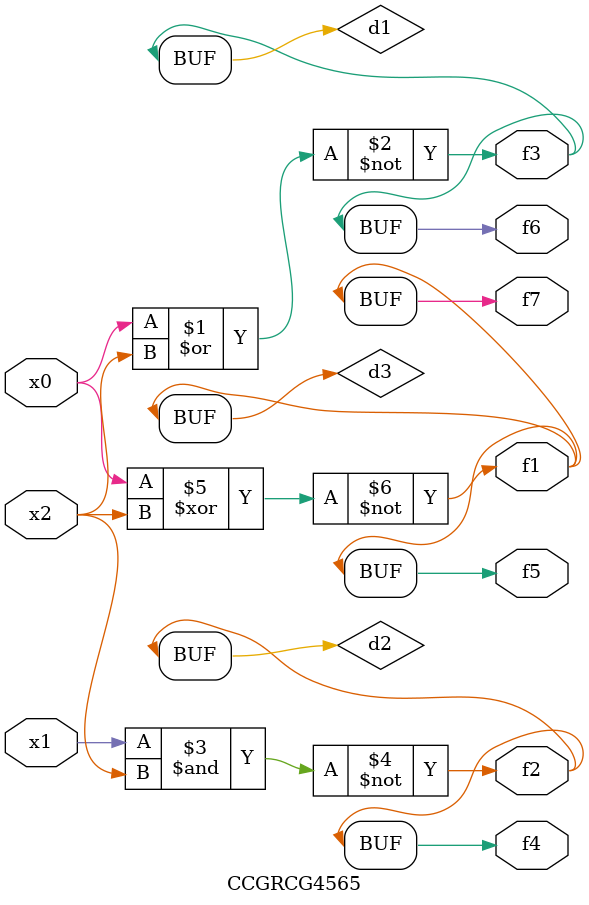
<source format=v>
module CCGRCG4565(
	input x0, x1, x2,
	output f1, f2, f3, f4, f5, f6, f7
);

	wire d1, d2, d3;

	nor (d1, x0, x2);
	nand (d2, x1, x2);
	xnor (d3, x0, x2);
	assign f1 = d3;
	assign f2 = d2;
	assign f3 = d1;
	assign f4 = d2;
	assign f5 = d3;
	assign f6 = d1;
	assign f7 = d3;
endmodule

</source>
